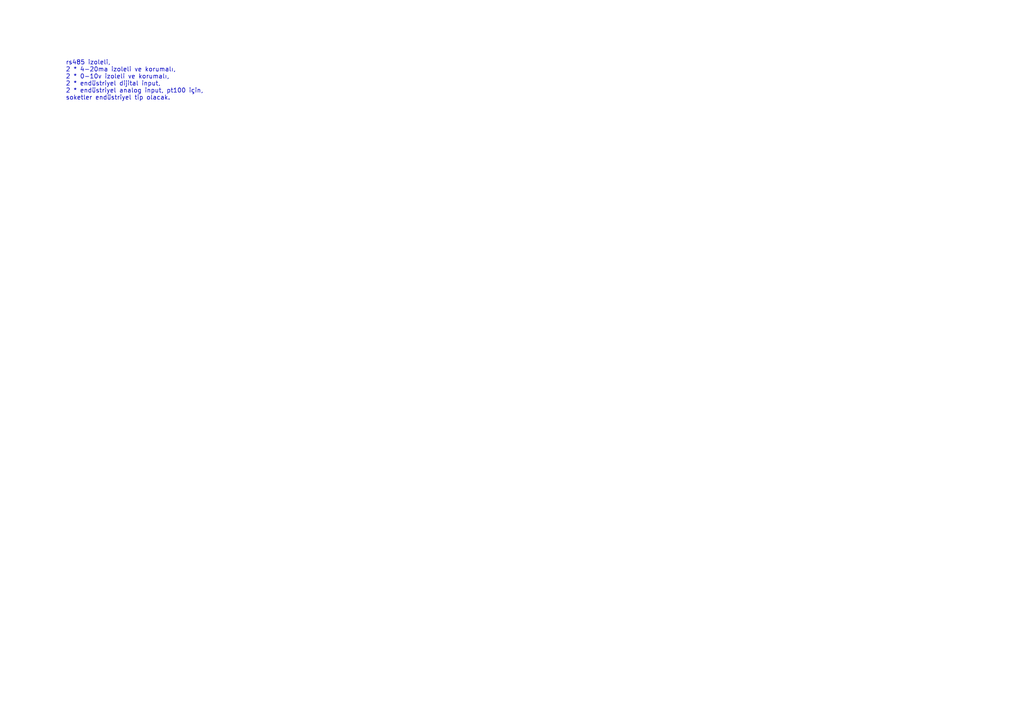
<source format=kicad_sch>
(kicad_sch (version 20230121) (generator eeschema)
  (paper "A4")
  (lib_symbols)
  (text "rs485 izoleli,\n2 * 4-20ma izoleli ve korumalı,\n2 * 0-10v izoleli ve korumalı,\n2 * endüstriyel dijital input,\n2 * endüstriyel analog input, pt100 için,\nsoketler endüstriyel tip olacak.\n" (at 19.05 29.21 0) (effects (font (size 1.27 1.27)) (justify left bottom)))
)
</source>
